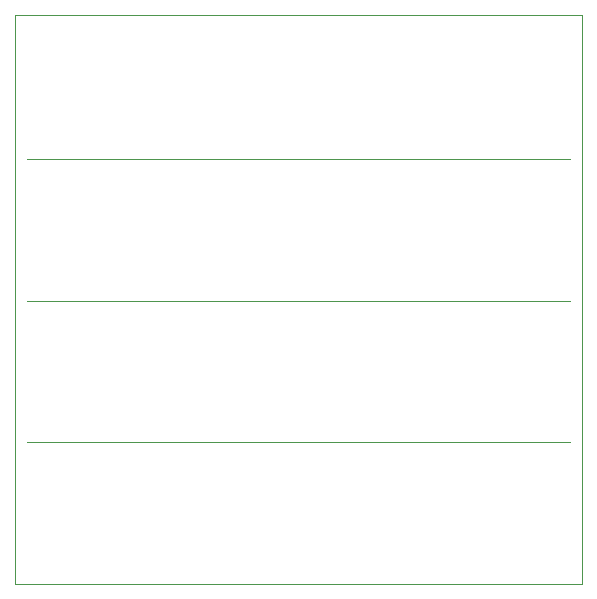
<source format=gm1>
G04 #@! TF.FileFunction,Profile,NP*
%FSLAX46Y46*%
G04 Gerber Fmt 4.6, Leading zero omitted, Abs format (unit mm)*
G04 Created by KiCad (PCBNEW 4.0.2-stable) date 12.07.2016 15:23:50*
%MOMM*%
G01*
G04 APERTURE LIST*
%ADD10C,0.100000*%
G04 APERTURE END LIST*
D10*
X171285000Y-83335000D02*
X125285000Y-83335000D01*
X125285000Y-95335000D02*
X171285000Y-95335000D01*
X171285000Y-107335000D02*
X125285000Y-107335000D01*
X124285000Y-71135000D02*
X172335000Y-71135000D01*
X124285000Y-119335000D02*
X124285000Y-71135000D01*
X172335000Y-119335000D02*
X172335000Y-71135000D01*
X172335000Y-119335000D02*
X169185000Y-119335000D01*
X125185000Y-119335000D02*
X124285000Y-119335000D01*
X125185000Y-119335000D02*
X125235000Y-119335000D01*
X125185000Y-119335000D02*
X169185000Y-119335000D01*
M02*

</source>
